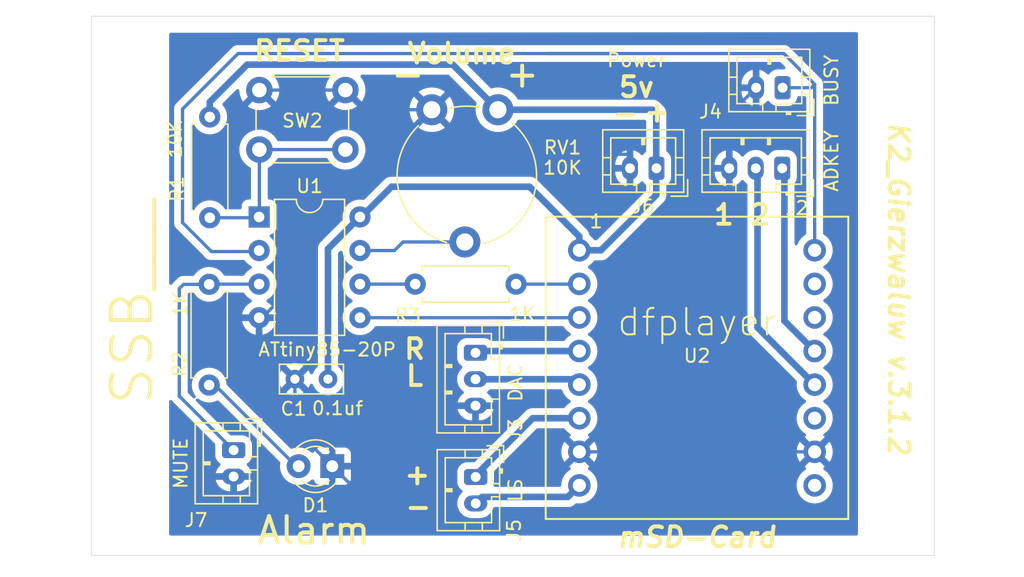
<source format=kicad_pcb>
(kicad_pcb (version 20211014) (generator pcbnew)
  (layers (0 "F.Cu" signal) (31 "B.Cu" signal) (34 "B.Paste" user) (35 "F.Paste" user) (36 "B.SilkS" user "B.Silkscreen") (37 "F.SilkS" user "F.Silkscreen") (38 "B.Mask" user) (39 "F.Mask" user) (44 "Edge.Cuts" user))
  (net 0 "")
  (net 1 "Net-(J4-Pad1)")
  (net 2 "+5V")
  (net 3 "GND")
  (net 4 "Net-(D1-Pad2)")
  (net 5 "Net-(R2-Pad1)")
  (net 6 "Net-(J2-Pad2)")
  (net 7 "Net-(R3-Pad1)")
  (net 8 "Net-(R1-Pad2)")
  (net 9 "Net-(R3-Pad2)")
  (net 10 "Net-(RV1-Pad2)")
  (net 11 "Net-(U1-Pad5)")
  (net 12 "Net-(J2-Pad1)")
  (net 13 "Net-(J3-Pad2)")
  (net 14 "Net-(J3-Pad1)")
  (net 15 "Net-(J5-Pad1)")
  (net 16 "Net-(J5-Pad2)")
  (footprint "MountingHole:MountingHole_2.2mm_M2" (layer "F.Cu") (at 109.22 76.2)
    (fp_text reference "REF**")
    (fp_text value "MountingHole_2.2mm_M2")
    (pad "" np_thru_hole circle (at 0 0) (size 2.2 2.2) (drill 2.2) (layers *.Cu *.Mask))
  )
  (footprint "Capacitor_THT:C_Rect_L4.6mm_W2.0mm_P2.50mm_MKS02_FKP02" (layer "F.Cu") (at 124.519096 100.81922 180)
    (fp_text reference "C1" (at 2.599096 -2.25) (layer "F.SilkS"))
    (fp_text value "0.1uf" (at -0.721437 -2.208146) (layer "F.SilkS"))
    (fp_line (start 3.67 -1.12) (end 3.67 1.12) (layer "F.SilkS") (width 0.12))
    (fp_line (start -1.17 1.12) (end 3.67 1.12) (layer "F.SilkS") (width 0.12))
    (fp_line (start -1.17 -1.12) (end 3.67 -1.12) (layer "F.SilkS") (width 0.12))
    (fp_line (start -1.17 -1.12) (end -1.17 1.12) (layer "F.SilkS") (width 0.12))
    (pad "1" thru_hole circle (at 0 0 180) (size 1.4 1.4) (drill 0.7) (layers *.Cu *.Mask) (net 2 "+5V"))
    (pad "2" thru_hole circle (at 2.5 0 180) (size 1.4 1.4) (drill 0.7) (layers *.Cu *.Mask) (net 3 "GND"))
  )
  (footprint "Connector_JST:JST_PH_B2B-PH-K_1x02_P2.00mm_Vertical" (layer "F.Cu") (at 117.39 106.188 -90)
    (fp_text reference "J7" (at 5.298866 2.838123) (layer "F.SilkS"))
    (fp_text value "MUTE" (at 1 4 90) (layer "F.SilkS"))
    (fp_line (start -1.11 -2.11) (end -2.36 -2.11) (layer "F.SilkS") (width 0.12))
    (fp_line (start 4.06 2.91) (end 4.06 -1.81) (layer "F.SilkS") (width 0.12))
    (fp_line (start 0.5 -1.2) (end -1.45 -1.2) (layer "F.SilkS") (width 0.12))
    (fp_line (start 3.45 2.3) (end 3.45 -1.2) (layer "F.SilkS") (width 0.12))
    (fp_line (start 3.45 -1.2) (end 1.5 -1.2) (layer "F.SilkS") (width 0.12))
    (fp_line (start -0.3 -1.81) (end -0.3 -2.01) (layer "F.SilkS") (width 0.12))
    (fp_line (start -1.45 2.3) (end 3.45 2.3) (layer "F.SilkS") (width 0.12))
    (fp_line (start 4.06 -1.81) (end -2.06 -1.81) (layer "F.SilkS") (width 0.12))
    (fp_line (start -2.06 2.91) (end 4.06 2.91) (layer "F.SilkS") (width 0.12))
    (fp_line (start -2.06 -1.81) (end -2.06 2.91) (layer "F.SilkS") (width 0.12))
    (fp_line (start 4.06 -0.5) (end 3.45 -0.5) (layer "F.SilkS") (width 0.12))
    (fp_line (start -2.06 -0.5) (end -1.45 -0.5) (layer "F.SilkS") (width 0.12))
    (fp_line (start 4.06 0.8) (end 3.45 0.8) (layer "F.SilkS") (width 0.12))
    (fp_line (start -1.45 -1.2) (end -1.45 2.3) (layer "F.SilkS") (width 0.12))
    (fp_line (start 0.9 2.3) (end 0.9 1.8) (layer "F.SilkS") (width 0.12))
    (fp_line (start 1 2.3) (end 1 1.8) (layer "F.SilkS") (width 0.12))
    (fp_line (start -0.3 -2.01) (end -0.6 -2.01) (layer "F.SilkS") (width 0.12))
    (fp_line (start -0.3 -1.91) (end -0.6 -1.91) (layer "F.SilkS") (width 0.12))
    (fp_line (start 0.9 1.8) (end 1.1 1.8) (layer "F.SilkS") (width 0.12))
    (fp_line (start 0.5 -1.81) (end 0.5 -1.2) (layer "F.SilkS") (width 0.12))
    (fp_line (start -2.06 0.8) (end -1.45 0.8) (layer "F.SilkS") (width 0.12))
    (fp_line (start 1.1 1.8) (end 1.1 2.3) (layer "F.SilkS") (width 0.12))
    (fp_line (start -0.6 -2.01) (end -0.6 -1.81) (layer "F.SilkS") (width 0.12))
    (fp_line (start 1.5 -1.2) (end 1.5 -1.81) (layer "F.SilkS") (width 0.12))
    (fp_line (start -2.36 -2.11) (end -2.36 -0.86) (layer "F.SilkS") (width 0.12))
    (pad "1" thru_hole roundrect (at 0 0 270) (size 1.2 1.75) (drill 0.75) (layers *.Cu *.Mask) (roundrect_rratio 0.208333) (net 5 "Net-(R2-Pad1)"))
    (pad "2" thru_hole oval (at 2 0 270) (size 1.2 1.75) (drill 0.75) (layers *.Cu *.Mask) (net 3 "GND"))
  )
  (footprint "Package_DIP:DIP-8_W7.62mm" (layer "F.Cu") (at 119.314163 88.558179)
    (fp_text reference "U1" (at 3.81 -2.33) (layer "F.SilkS"))
    (fp_text value "ATtiny85-20P" (at 5.145837 10.028238) (layer "F.SilkS"))
    (fp_line (start 1.16 8.95) (end 6.46 8.95) (layer "F.SilkS") (width 0.12))
    (fp_line (start 2.81 -1.33) (end 1.16 -1.33) (layer "F.SilkS") (width 0.12))
    (fp_line (start 6.46 -1.33) (end 4.81 -1.33) (layer "F.SilkS") (width 0.12))
    (fp_line (start 6.46 8.95) (end 6.46 -1.33) (layer "F.SilkS") (width 0.12))
    (fp_line (start 1.16 -1.33) (end 1.16 8.95) (layer "F.SilkS") (width 0.12))
    (fp_arc (start 4.81 -1.33) (mid 3.81 -0.33) (end 2.81 -1.33) (layer "F.SilkS") (width 0.12))
    (pad "1" thru_hole rect (at 0 0) (size 1.6 1.6) (drill 0.8) (layers *.Cu *.Mask) (net 8 "Net-(R1-Pad2)"))
    (pad "2" thru_hole oval (at 0 2.54) (size 1.6 1.6) (drill 0.8) (layers *.Cu *.Mask) (net 1 "Net-(J4-Pad1)"))
    (pad "3" thru_hole oval (at 0 5.08) (size 1.6 1.6) (drill 0.8) (layers *.Cu *.Mask) (net 5 "Net-(R2-Pad1)"))
    (pad "4" thru_hole oval (at 0 7.62) (size 1.6 1.6) (drill 0.8) (layers *.Cu *.Mask) (net 3 "GND"))
    (pad "5" thru_hole oval (at 7.62 7.62) (size 1.6 1.6) (drill 0.8) (layers *.Cu *.Mask) (net 11 "Net-(U1-Pad5)"))
    (pad "6" thru_hole oval (at 7.62 5.08) (size 1.6 1.6) (drill 0.8) (layers *.Cu *.Mask) (net 9 "Net-(R3-Pad2)"))
    (pad "7" thru_hole oval (at 7.62 2.54) (size 1.6 1.6) (drill 0.8) (layers *.Cu *.Mask) (net 10 "Net-(RV1-Pad2)"))
    (pad "8" thru_hole oval (at 7.62 0) (size 1.6 1.6) (drill 0.8) (layers *.Cu *.Mask) (net 2 "+5V"))
  )
  (footprint "MountingHole:MountingHole_2.2mm_M2" (layer "F.Cu") (at 167.64 111.76)
    (fp_text reference "REF**")
    (fp_text value "MountingHole_2.2mm_M2")
    (pad "" np_thru_hole circle (at 0 0) (size 2.2 2.2) (drill 2.2) (layers F&B.Cu *.Mask))
  )
  (footprint "Button_Switch_THT:SW_PUSH_6mm_H4.3mm" (layer "F.Cu") (at 119.333726 78.964018)
    (fp_text reference "SW2" (at 3.25 2.315982) (layer "F.SilkS"))
    (fp_text value "Reset")
    (fp_line (start -0.25 1.5) (end -0.25 3) (layer "F.SilkS") (width 0.12))
    (fp_line (start 1 5.5) (end 5.5 5.5) (layer "F.SilkS") (width 0.12))
    (fp_line (start 6.75 3) (end 6.75 1.5) (layer "F.SilkS") (width 0.12))
    (fp_line (start 5.5 -1) (end 1 -1) (layer "F.SilkS") (width 0.12))
    (pad "1" thru_hole circle (at 0 0 90) (size 2 2) (drill 1.1) (layers *.Cu *.Mask) (net 3 "GND"))
    (pad "1" thru_hole circle (at 6.5 0 90) (size 2 2) (drill 1.1) (layers *.Cu *.Mask) (net 3 "GND"))
    (pad "2" thru_hole circle (at 6.5 4.5 90) (size 2 2) (drill 1.1) (layers *.Cu *.Mask) (net 8 "Net-(R1-Pad2)"))
    (pad "2" thru_hole circle (at 0 4.5 90) (size 2 2) (drill 1.1) (layers *.Cu *.Mask) (net 8 "Net-(R1-Pad2)"))
  )
  (footprint "Arduino_Nano:DFPlayer" (layer "F.Cu") (at 151.13 91.078282)
    (fp_text reference "U2" (at 1.27 7.981718) (layer "F.SilkS"))
    (fp_text value "dfplayer" (at 1.27 5.441718) (layer "F.SilkS") (effects (font (size 2 2))))
    (fp_line (start -10.16 20.32) (end -10.16 -2.54) (layer "F.SilkS") (width 0.15))
    (fp_line (start -10.16 -2.54) (end 12.7 -2.54) (layer "F.SilkS") (width 0.15))
    (fp_line (start 12.7 20.32) (end -10.16 20.32) (layer "F.SilkS") (width 0.15))
    (fp_line (start 12.7 -2.54) (end 12.7 20.32) (layer "F.SilkS") (width 0.15))
    (pad "1" thru_hole circle (at -7.62 0) (size 1.7 1.7) (drill 1) (layers *.Cu *.Mask) (net 2 "+5V"))
    (pad "2" thru_hole circle (at -7.62 2.54) (size 1.7 1.7) (drill 1) (layers *.Cu *.Mask) (net 7 "Net-(R3-Pad1)"))
    (pad "3" thru_hole circle (at -7.62 5.08) (size 1.7 1.7) (drill 1) (layers *.Cu *.Mask) (net 11 "Net-(U1-Pad5)"))
    (pad "4" thru_hole circle (at -7.62 7.62) (size 1.7 1.7) (drill 1) (layers *.Cu *.Mask) (net 14 "Net-(J3-Pad1)"))
    (pad "5" thru_hole circle (at -7.62 10.16) (size 1.7 1.7) (drill 1) (layers *.Cu *.Mask) (net 13 "Net-(J3-Pad2)"))
    (pad "6" thru_hole circle (at -7.62 12.7) (size 1.7 1.7) (drill 1) (layers *.Cu *.Mask) (net 15 "Net-(J5-Pad1)"))
    (pad "7" thru_hole circle (at -7.62 15.24) (size 1.7 1.7) (drill 1) (layers *.Cu *.Mask) (net 3 "GND"))
    (pad "8" thru_hole circle (at -7.62 17.78) (size 1.7 1.7) (drill 1) (layers *.Cu *.Mask) (net 16 "Net-(J5-Pad2)"))
    (pad "9" thru_hole circle (at 10.16 17.78) (size 1.7 1.7) (drill 1) (layers *.Cu *.Mask))
    (pad "10" thru_hole circle (at 10.16 15.24) (size 1.7 1.7) (drill 1) (layers *.Cu *.Mask) (net 3 "GND"))
    (pad "11" thru_hole circle (at 10.16 12.7) (size 1.7 1.7) (drill 1) (layers *.Cu *.Mask))
    (pad "12" thru_hole circle (at 10.16 10.16) (size 1.7 1.7) (drill 1) (layers *.Cu *.Mask) (net 6 "Net-(J2-Pad2)"))
    (pad "13" thru_hole circle (at 10.16 7.62) (size 1.7 1.7) (drill 1) (layers *.Cu *.Mask) (net 12 "Net-(J2-Pad1)"))
    (pad "14" thru_hole circle (at 10.16 5.08) (size 1.7 1.7) (drill 1) (layers *.Cu *.Mask))
    (pad "15" thru_hole circle (at 10.16 2.54) (size 1.7 1.7) (drill 1) (layers *.Cu *.Mask))
    (pad "16" thru_hole circle (at 10.16 0) (size 1.7 1.7) (drill 1) (layers *.Cu *.Mask) (net 1 "Net-(J4-Pad1)"))
  )
  (footprint "MountingHole:MountingHole_2.2mm_M2" (layer "F.Cu") (at 167.64 76.2)
    (fp_text reference "REF**")
    (fp_text value "MountingHole_2.2mm_M2")
    (pad "" np_thru_hole circle (at 0 0) (size 2.2 2.2) (drill 2.2) (layers F&B.Cu *.Mask))
  )
  (footprint "Connector_JST:JST_PH_B3B-PH-K_1x03_P2.00mm_Vertical" (layer "F.Cu") (at 135.663334 98.830626 -90)
    (fp_text reference "J3" (at 5.817374 -3.020666 90) (layer "F.SilkS"))
    (fp_text value "DAC" (at 2.261374 -3.020666 90) (layer "F.SilkS"))
    (fp_line (start 0.5 -1.81) (end 0.5 -1.2) (layer "F.SilkS") (width 0.12))
    (fp_line (start 1 2.3) (end 1 1.8) (layer "F.SilkS") (width 0.12))
    (fp_line (start -2.06 0.8) (end -1.45 0.8) (layer "F.SilkS") (width 0.12))
    (fp_line (start -0.3 -1.91) (end -0.6 -1.91) (layer "F.SilkS") (width 0.12))
    (fp_line (start 2.9 2.3) (end 2.9 1.8) (layer "F.SilkS") (width 0.12))
    (fp_line (start 6.06 -1.81) (end -2.06 -1.81) (layer "F.SilkS") (width 0.12))
    (fp_line (start 6.06 0.8) (end 5.45 0.8) (layer "F.SilkS") (width 0.12))
    (fp_line (start 0.5 -1.2) (end -1.45 -1.2) (layer "F.SilkS") (width 0.12))
    (fp_line (start 6.06 -0.5) (end 5.45 -0.5) (layer "F.SilkS") (width 0.12))
    (fp_line (start -2.06 -1.81) (end -2.06 2.91) (layer "F.SilkS") (width 0.12))
    (fp_line (start 3 2.3) (end 3 1.8) (layer "F.SilkS") (width 0.12))
    (fp_line (start 3.5 -1.2) (end 3.5 -1.81) (layer "F.SilkS") (width 0.12))
    (fp_line (start 1.1 1.8) (end 1.1 2.3) (layer "F.SilkS") (width 0.12))
    (fp_line (start 0.9 2.3) (end 0.9 1.8) (layer "F.SilkS") (width 0.12))
    (fp_line (start 2.9 1.8) (end 3.1 1.8) (layer "F.SilkS") (width 0.12))
    (fp_line (start 6.06 2.91) (end 6.06 -1.81) (layer "F.SilkS") (width 0.12))
    (fp_line (start -1.45 -1.2) (end -1.45 2.3) (layer "F.SilkS") (width 0.12))
    (fp_line (start -2.06 -0.5) (end -1.45 -0.5) (layer "F.SilkS") (width 0.12))
    (fp_line (start 5.45 2.3) (end 5.45 -1.2) (layer "F.SilkS") (width 0.12))
    (fp_line (start 5.45 -1.2) (end 3.5 -1.2) (layer "F.SilkS") (width 0.12))
    (fp_line (start 0.9 1.8) (end 1.1 1.8) (layer "F.SilkS") (width 0.12))
    (fp_line (start -1.11 -2.11) (end -2.36 -2.11) (layer "F.SilkS") (width 0.12))
    (fp_line (start -0.3 -2.01) (end -0.6 -2.01) (layer "F.SilkS") (width 0.12))
    (fp_line (start -0.3 -1.81) (end -0.3 -2.01) (layer "F.SilkS") (width 0.12))
    (fp_line (start -0.6 -2.01) (end -0.6 -1.81) (layer "F.SilkS") (width 0.12))
    (fp_line (start -2.36 -2.11) (end -2.36 -0.86) (layer "F.SilkS") (width 0.12))
    (fp_line (start -2.06 2.91) (end 6.06 2.91) (layer "F.SilkS") (width 0.12))
    (fp_line (start -1.45 2.3) (end 5.45 2.3) (layer "F.SilkS") (width 0.12))
    (fp_line (start 3.1 1.8) (end 3.1 2.3) (layer "F.SilkS") (width 0.12))
    (pad "1" thru_hole roundrect (at 0 0 270) (size 1.2 1.75) (drill 0.75) (layers *.Cu *.Mask) (roundrect_rratio 0.208333) (net 14 "Net-(J3-Pad1)"))
    (pad "2" thru_hole oval (at 2 0 270) (size 1.2 1.75) (drill 0.75) (layers *.Cu *.Mask) (net 13 "Net-(J3-Pad2)"))
    (pad "3" thru_hole oval (at 4 0 270) (size 1.2 1.75) (drill 0.75) (layers *.Cu *.Mask) (net 3 "GND"))
  )
  (footprint "Resistor_THT:R_Axial_DIN0207_L6.3mm_D2.5mm_P7.62mm_Horizontal" (layer "F.Cu") (at 115.585795 80.99755 -90)
    (fp_text reference "R1" (at 5.441987 2.485108 90) (layer "F.SilkS"))
    (fp_text value "10K" (at 1.648107 2.631027 90) (layer "F.SilkS"))
    (fp_line (start 0.54 1.37) (end 7.08 1.37) (layer "F.SilkS") (width 0.12))
    (fp_line (start 0.54 -1.37) (end 7.08 -1.37) (layer "F.SilkS") (width 0.12))
    (fp_line (start 7.08 1.37) (end 7.08 1.04) (layer "F.SilkS") (width 0.12))
    (fp_line (start 0.54 -1.04) (end 0.54 -1.37) (layer "F.SilkS") (width 0.12))
    (fp_line (start 7.08 -1.37) (end 7.08 -1.04) (layer "F.SilkS") (width 0.12))
    (fp_line (start 0.54 1.04) (end 0.54 1.37) (layer "F.SilkS") (width 0.12))
    (pad "1" thru_hole circle (at 0 0 270) (size 1.6 1.6) (drill 0.8) (layers *.Cu *.Mask) (net 2 "+5V"))
    (pad "2" thru_hole oval (at 7.62 0 270) (size 1.6 1.6) (drill 0.8) (layers *.Cu *.Mask) (net 8 "Net-(R1-Pad2)"))
  )
  (footprint "Connector_JST:JST_PH_B3B-PH-K_1x03_P2.00mm_Vertical" (layer "F.Cu") (at 158.83774 84.879123 180)
    (fp_text reference "J2" (at -1.11 -3.004877 180) (layer "F.SilkS"))
    (fp_text value "ADKEY" (at -3.72226 0.551123 90) (layer "F.SilkS"))
    (fp_line (start 0.9 1.8) (end 1.1 1.8) (layer "F.SilkS") (width 0.12))
    (fp_line (start 1.1 1.8) (end 1.1 2.3) (layer "F.SilkS") (width 0.12))
    (fp_line (start -0.3 -1.81) (end -0.3 -2.01) (layer "F.SilkS") (width 0.12))
    (fp_line (start 6.06 -0.5) (end 5.45 -0.5) (layer "F.SilkS") (width 0.12))
    (fp_line (start 0.5 -1.2) (end -1.45 -1.2) (layer "F.SilkS") (width 0.12))
    (fp_line (start 3 2.3) (end 3 1.8) (layer "F.SilkS") (width 0.12))
    (fp_line (start 2.9 2.3) (end 2.9 1.8) (layer "F.SilkS") (width 0.12))
    (fp_line (start 0.9 2.3) (end 0.9 1.8) (layer "F.SilkS") (width 0.12))
    (fp_line (start 3.5 -1.2) (end 3.5 -1.81) (layer "F.SilkS") (width 0.12))
    (fp_line (start -2.06 0.8) (end -1.45 0.8) (layer "F.SilkS") (width 0.12))
    (fp_line (start 6.06 2.91) (end 6.06 -1.81) (layer "F.SilkS") (width 0.12))
    (fp_line (start 6.06 0.8) (end 5.45 0.8) (layer "F.SilkS") (width 0.12))
    (fp_line (start 3.1 1.8) (end 3.1 2.3) (layer "F.SilkS") (width 0.12))
    (fp_line (start -0.3 -1.91) (end -0.6 -1.91) (layer "F.SilkS") (width 0.12))
    (fp_line (start -2.36 -2.11) (end -2.36 -0.86) (layer "F.SilkS") (width 0.12))
    (fp_line (start 5.45 -1.2) (end 3.5 -1.2) (layer "F.SilkS") (width 0.12))
    (fp_line (start -1.11 -2.11) (end -2.36 -2.11) (layer "F.SilkS") (width 0.12))
    (fp_line (start -2.06 -0.5) (end -1.45 -0.5) (layer "F.SilkS") (width 0.12))
    (fp_line (start -2.06 2.91) (end 6.06 2.91) (layer "F.SilkS") (width 0.12))
    (fp_line (start -0.3 -2.01) (end -0.6 -2.01) (layer "F.SilkS") (width 0.12))
    (fp_line (start 5.45 2.3) (end 5.45 -1.2) (layer "F.SilkS") (width 0.12))
    (fp_line (start -1.45 2.3) (end 5.45 2.3) (layer "F.SilkS") (width 0.12))
    (fp_line (start -1.45 -1.2) (end -1.45 2.3) (layer "F.SilkS") (width 0.12))
    (fp_line (start 2.9 1.8) (end 3.1 1.8) (layer "F.SilkS") (width 0.12))
    (fp_line (start -2.06 -1.81) (end -2.06 2.91) (layer "F.SilkS") (width 0.12))
    (fp_line (start -0.6 -2.01) (end -0.6 -1.81) (layer "F.SilkS") (width 0.12))
    (fp_line (start 1 2.3) (end 1 1.8) (layer "F.SilkS") (width 0.12))
    (fp_line (start 0.5 -1.81) (end 0.5 -1.2) (layer "F.SilkS") (width 0.12))
    (fp_line (start 6.06 -1.81) (end -2.06 -1.81) (layer "F.SilkS") (width 0.12))
    (pad "1" thru_hole roundrect (at 0 0 180) (size 1.2 1.75) (drill 0.75) (layers *.Cu *.Mask) (roundrect_rratio 0.208333) (net 12 "Net-(J2-Pad1)"))
    (pad "2" thru_hole oval (at 2 0 180) (size 1.2 1.75) (drill 0.75) (layers *.Cu *.Mask) (net 6 "Net-(J2-Pad2)"))
    (pad "3" thru_hole oval (at 4 0 180) (size 1.2 1.75) (drill 0.75) (layers *.Cu *.Mask) (net 3 "GND"))
  )
  (footprint "Connector_JST:JST_PH_B2B-PH-K_1x02_P2.00mm_Vertical" (layer "F.Cu") (at 135.678 108.22 -90)
    (fp_text reference "J5" (at 4.048 -2.9 90) (layer "F.SilkS"))
    (fp_text value "LS" (at 1 -3.006 90) (layer "F.SilkS"))
    (fp_line (start 0.9 1.8) (end 1.1 1.8) (layer "F.SilkS") (width 0.12))
    (fp_line (start -1.45 2.3) (end 3.45 2.3) (layer "F.SilkS") (width 0.12))
    (fp_line (start -2.06 -1.81) (end -2.06 2.91) (layer "F.SilkS") (width 0.12))
    (fp_line (start 1.5 -1.2) (end 1.5 -1.81) (layer "F.SilkS") (width 0.12))
    (fp_line (start -2.36 -2.11) (end -2.36 -0.86) (layer "F.SilkS") (width 0.12))
    (fp_line (start 0.9 2.3) (end 0.9 1.8) (layer "F.SilkS") (width 0.12))
    (fp_line (start 0.5 -1.2) (end -1.45 -1.2) (layer "F.SilkS") (width 0.12))
    (fp_line (start 4.06 0.8) (end 3.45 0.8) (layer "F.SilkS") (width 0.12))
    (fp_line (start -0.3 -1.81) (end -0.3 -2.01) (layer "F.SilkS") (width 0.12))
    (fp_line (start 4.06 -1.81) (end -2.06 -1.81) (layer "F.SilkS") (width 0.12))
    (fp_line (start -1.45 -1.2) (end -1.45 2.3) (layer "F.SilkS") (width 0.12))
    (fp_line (start -0.6 -2.01) (end -0.6 -1.81) (layer "F.SilkS") (width 0.12))
    (fp_line (start -1.11 -2.11) (end -2.36 -2.11) (layer "F.SilkS") (width 0.12))
    (fp_line (start 1.1 1.8) (end 1.1 2.3) (layer "F.SilkS") (width 0.12))
    (fp_line (start 1 2.3) (end 1 1.8) (layer "F.SilkS") (width 0.12))
    (fp_line (start 3.45 2.3) (end 3.45 -1.2) (layer "F.SilkS") (width 0.12))
    (fp_line (start -2.06 -0.5) (end -1.45 -0.5) (layer "F.SilkS") (width 0.12))
    (fp_line (start -2.06 0.8) (end -1.45 0.8) (layer "F.SilkS") (width 0.12))
    (fp_line (start 0.5 -1.81) (end 0.5 -1.2) (layer "F.SilkS") (width 0.12))
    (fp_line (start -0.3 -1.91) (end -0.6 -1.91) (layer "F.SilkS") (width 0.12))
    (fp_line (start 3.45 -1.2) (end 1.5 -1.2) (layer "F.SilkS") (width 0.12))
    (fp_line (start 4.06 2.91) (end 4.06 -1.81) (layer "F.SilkS") (width 0.12))
    (fp_line (start 4.06 -0.5) (end 3.45 -0.5) (layer "F.SilkS") (width 0.12))
    (fp_line (start -0.3 -2.01) (end -0.6 -2.01) (layer "F.SilkS") (width 0.12))
    (fp_line (start -2.06 2.91) (end 4.06 2.91) (layer "F.SilkS") (width 0.12))
    (pad "1" thru_hole roundrect (at 0 0 270) (size 1.2 1.75) (drill 0.75) (layers *.Cu *.Mask) (roundrect_rratio 0.208333) (net 15 "Net-(J5-Pad1)"))
    (pad "2" thru_hole oval (at 2 0 270) (size 1.2 1.75) (drill 0.75) (layers *.Cu *.Mask) (net 16 "Net-(J5-Pad2)"))
  )
  (footprint "Connector_JST:JST_PH_B2B-PH-K_1x02_P2.00mm_Vertical" (layer "F.Cu") (at 149.336 84.878 180)
    (fp_text reference "J6" (at 1 -2.9) (layer "F.SilkS"))
    (fp_text value "Power" (at 1.508 8.17) (layer "F.SilkS"))
    (fp_line (start -2.06 -0.5) (end -1.45 -0.5) (layer "F.SilkS") (width 0.12))
    (fp_line (start 0.9 2.3) (end 0.9 1.8) (layer "F.SilkS") (width 0.12))
    (fp_line (start 0.9 1.8) (end 1.1 1.8) (layer "F.SilkS") (width 0.12))
    (fp_line (start 3.45 -1.2) (end 1.5 -1.2) (layer "F.SilkS") (width 0.12))
    (fp_line (start 3.45 2.3) (end 3.45 -1.2) (layer "F.SilkS") (width 0.12))
    (fp_line (start -0.3 -2.01) (end -0.6 -2.01) (layer "F.SilkS") (width 0.12))
    (fp_line (start -2.36 -2.11) (end -2.36 -0.86) (layer "F.SilkS") (width 0.12))
    (fp_line (start 0.5 -1.2) (end -1.45 -1.2) (layer "F.SilkS") (width 0.12))
    (fp_line (start -1.45 -1.2) (end -1.45 2.3) (layer "F.SilkS") (width 0.12))
    (fp_line (start -1.45 2.3) (end 3.45 2.3) (layer "F.SilkS") (width 0.12))
    (fp_line (start 4.06 2.91) (end 4.06 -1.81) (layer "F.SilkS") (width 0.12))
    (fp_line (start 4.06 -1.81) (end -2.06 -1.81) (layer "F.SilkS") (width 0.12))
    (fp_line (start -0.3 -1.91) (end -0.6 -1.91) (layer "F.SilkS") (width 0.12))
    (fp_line (start 1 2.3) (end 1 1.8) (layer "F.SilkS") (width 0.12))
    (fp_line (start -1.11 -2.11) (end -2.36 -2.11) (layer "F.SilkS") (width 0.12))
    (fp_line (start -2.06 2.91) (end 4.06 2.91) (layer "F.SilkS") (width 0.12))
    (fp_line (start 1.5 -1.2) (end 1.5 -1.81) (layer "F.SilkS") (width 0.12))
    (fp_line (start -2.06 -1.81) (end -2.06 2.91) (layer "F.SilkS") (width 0.12))
    (fp_line (start 0.5 -1.81) (end 0.5 -1.2) (layer "F.SilkS") (width 0.12))
    (fp_line (start -2.06 0.8) (end -1.45 0.8) (layer "F.SilkS") (width 0.12))
    (fp_line (start 4.06 -0.5) (end 3.45 -0.5) (layer "F.SilkS") (width 0.12))
    (fp_line (start -0.6 -2.01) (end -0.6 -1.81) (layer "F.SilkS") (width 0.12))
    (fp_line (start 4.06 0.8) (end 3.45 0.8) (layer "F.SilkS") (width 0.12))
    (fp_line (start -0.3 -1.81) (end -0.3 -2.01) (layer "F.SilkS") (width 0.12))
    (fp_line (start 1.1 1.8) (end 1.1 2.3) (layer "F.SilkS") (width 0.12))
    (pad "1" thru_hole roundrect (at 0 0 180) (size 1.2 1.75) (drill 0.75) (layers *.Cu *.Mask) (roundrect_rratio 0.208333) (net 2 "+5V"))
    (pad "2" thru_hole oval (at 2 0 180) (size 1.2 1.75) (drill 0.75) (layers *.Cu *.Mask) (net 3 "GND"))
  )
  (footprint "Connector_JST:JST_PH_B2B-PH-K_1x02_P2.00mm_Vertical" (layer "F.Cu") (at 158.867686 78.786452 180)
    (fp_text reference "J4" (at 5.451686 -1.81 180) (layer "F.SilkS"))
    (fp_text value "BUSY" (at -3.692314 0.554452 90) (layer "F.SilkS"))
    (fp_line (start -2.06 -0.5) (end -1.45 -0.5) (layer "F.SilkS") (width 0.12))
    (fp_line (start -2.06 -1.81) (end -2.06 2.91) (layer "F.SilkS") (width 0.12))
    (fp_line (start 4.06 -0.5) (end 3.45 -0.5) (layer "F.SilkS") (width 0.12))
    (fp_line (start 1.1 1.8) (end 1.1 2.3) (layer "F.SilkS") (width 0.12))
    (fp_line (start 3.45 2.3) (end 3.45 -1.2) (layer "F.SilkS") (width 0.12))
    (fp_line (start 4.06 -1.81) (end -2.06 -1.81) (layer "F.SilkS") (width 0.12))
    (fp_line (start -2.06 2.91) (end 4.06 2.91) (layer "F.SilkS") (width 0.12))
    (fp_line (start 0.9 1.8) (end 1.1 1.8) (layer "F.SilkS") (width 0.12))
    (fp_line (start 3.45 -1.2) (end 1.5 -1.2) (layer "F.SilkS") (width 0.12))
    (fp_line (start -0.3 -2.01) (end -0.6 -2.01) (layer "F.SilkS") (width 0.12))
    (fp_line (start 0.5 -1.81) (end 0.5 -1.2) (layer "F.SilkS") (width 0.12))
    (fp_line (start 0.5 -1.2) (end -1.45 -1.2) (layer "F.SilkS") (width 0.12))
    (fp_line (start 1.5 -1.2) (end 1.5 -1.81) (layer "F.SilkS") (width 0.12))
    (fp_line (start 4.06 2.91) (end 4.06 -1.81) (layer "F.SilkS") (width 0.12))
    (fp_line (start 0.9 2.3) (end 0.9 1.8) (layer "F.SilkS") (width 0.12))
    (fp_line (start -1.45 2.3) (end 3.45 2.3) (layer "F.SilkS") (width 0.12))
    (fp_line (start -0.3 -1.81) (end -0.3 -2.01) (layer "F.SilkS") (width 0.12))
    (fp_line (start -2.06 0.8) (end -1.45 0.8) (layer "F.SilkS") (width 0.12))
    (fp_line (start 4.06 0.8) (end 3.45 0.8) (layer "F.SilkS") (width 0.12))
    (fp_line (start -1.11 -2.11) (end -2.36 -2.11) (layer "F.SilkS") (width 0.12))
    (fp_line (start -0.3 -1.91) (end -0.6 -1.91) (layer "F.SilkS") (width 0.12))
    (fp_line (start 1 2.3) (end 1 1.8) (layer "F.SilkS") (width 0.12))
    (fp_line (start -2.36 -2.11) (end -2.36 -0.86) (layer "F.SilkS") (width 0.12))
    (fp_line (start -0.6 -2.01) (end -0.6 -1.81) (layer "F.SilkS") (width 0.12))
    (fp_line (start -1.45 -1.2) (end -1.45 2.3) (layer "F.SilkS") (width 0.12))
    (pad "1" thru_hole roundrect (at 0 0 180) (size 1.2 1.75) (drill 0.75) (layers *.Cu *.Mask) (roundrect_rratio 0.208333) (net 1 "Net-(J4-Pad1)"))
    (pad "2" thru_hole oval (at 2 0 180) (size 1.2 1.75) (drill 0.75) (layers *.Cu *.Mask) (net 3 "GND"))
  )
  (footprint "MountingHole:MountingHole_2.2mm_M2" (layer "F.Cu") (at 109.22 111.76)
    (fp_text reference "REF**")
    (fp_text value "MountingHole_2.2mm_M2")
    (pad "" np_thru_hole circle (at 0 0) (size 2.2 2.2) (drill 2.2) (layers F&B.Cu *.Mask))
  )
  (footprint "Resistor_THT:R_Axial_DIN0207_L6.3mm_D2.5mm_P7.62mm_Horizontal" (layer "F.Cu") (at 115.539381 93.652888 -90)
    (fp_text reference "R2" (at 6.041497 2.220773 90) (layer "F.SilkS"))
    (fp_text value "1K" (at 1.481853 2.181124 90) (layer "F.SilkS"))
    (fp_line (start 7.08 1.37) (end 7.08 1.04) (layer "F.SilkS") (width 0.12))
    (fp_line (start 0.54 -1.37) (end 7.08 -1.37) (layer "F.SilkS") (width 0.12))
    (fp_line (start 7.08 -1.37) (end 7.08 -1.04) (layer "F.SilkS") (width 0.12))
    (fp_line (start 0.54 1.37) (end 7.08 1.37) (layer "F.SilkS") (width 0.12))
    (fp_line (start 0.54 -1.04) (end 0.54 -1.37) (layer "F.SilkS") (width 0.12))
    (fp_line (start 0.54 1.04) (end 0.54 1.37) (layer "F.SilkS") (width 0.12))
    (pad "1" thru_hole circle (at 0 0 270) (size 1.6 1.6) (drill 0.8) (layers *.Cu *.Mask) (net 5 "Net-(R2-Pad1)"))
    (pad "2" thru_hole oval (at 7.62 0 270) (size 1.6 1.6) (drill 0.8) (layers *.Cu *.Mask) (net 4 "Net-(D1-Pad2)"))
  )
  (footprint "Potentiometer_THT:Potentiometer_Piher_PT-10-V10_Vertical" (layer "F.Cu") (at 132.359263 80.450185 -90)
    (fp_text reference "RV1" (at 2.861815 -9.880737) (layer "F.SilkS"))
    (fp_text value "10K" (at 4.385815 -9.880737) (layer "F.SilkS"))
    (fp_arc (start 0.963379 -6.038474) (mid 6.186565 -7.784991) (end 10.114 -3.924) (layer "F.SilkS") (width 0.12))
    (fp_arc (start 5.09203 2.619358) (mid 2.983245 2.219015) (end 1.209 1.011) (layer "F.SilkS") (width 0.12))
    (fp_arc (start 10.039726 -1.109201) (mid 8.134716 1.586326) (end 5 2.62) (layer "F.SilkS") (width 0.12))
    (fp_arc (start -0.11439 -1.375119) (mid -0.269093 -2.512295) (end -0.174 -3.656) (layer "F.SilkS") (width 0.12))
    (pad "1" thru_hole circle (at 0 0 270) (size 2.34 2.34) (drill 1.3) (layers *.Cu *.Mask) (net 3 "GND"))
    (pad "2" thru_hole circle (at 10 -2.5 270) (size 2.34 2.34) (drill 1.3) (layers *.Cu *.Mask) (net 10 "Net-(RV1-Pad2)"))
    (pad "3" thru_hole circle (at 0 -5 270) (size 2.34 2.34) (drill 1.3) (layers *.Cu *.Mask) (net 2 "+5V"))
  )
  (footprint "Resistor_THT:R_Axial_DIN0207_L6.3mm_D2.5mm_P7.62mm_Horizontal" (layer "F.Cu") (at 138.72979 93.638179 180)
    (fp_text reference "R3" (at 8.17379 -2.373821) (layer "F.SilkS"))
    (fp_text value "1K" (at -0.46221 -2.249894) (layer "F.SilkS"))
    (fp_line (start 0.54 1.04) (end 0.54 1.37) (layer "F.SilkS") (width 0.12))
    (fp_line (start 0.54 1.37) (end 7.08 1.37) (layer "F.SilkS") (width 0.12))
    (fp_line (start 0.54 -1.04) (end 0.54 -1.37) (layer "F.SilkS") (width 0.12))
    (fp_line (start 7.08 -1.37) (end 7.08 -1.04) (layer "F.SilkS") (width 0.12))
    (fp_line (start 7.08 1.37) (end 7.08 1.04) (layer "F.SilkS") (width 0.12))
    (fp_line (start 0.54 -1.37) (end 7.08 -1.37) (layer "F.SilkS") (width 0.12))
    (pad "1" thru_hole circle (at 0 0 180) (size 1.6 1.6) (drill 0.8) (layers *.Cu *.Mask) (net 7 "Net-(R3-Pad1)"))
    (pad "2" thru_hole oval (at 7.62 0 180) (size 1.6 1.6) (drill 0.8) (layers *.Cu *.Mask) (net 9 "Net-(R3-Pad2)"))
  )
  (footprint "LED_THT:LED_D3.0mm" (layer "F.Cu") (at 124.841904 107.404485 180)
    (fp_text reference "D1" (at 1.27 -2.96) (layer "F.SilkS"))
    (fp_text value "LED")
    (fp_line (start -0.29 -1.236) (end -0.29 -1.08) (layer "F.SilkS") (width 0.12))
    (fp_line (start -0.29 1.08) (end -0.29 1.236) (layer "F.SilkS") (width 0.12))
    (fp_arc (start 2.942335 1.078608) (mid 1.366487 1.987659) (end -0.29 1.235516) (layer "F.SilkS") (width 0.12))
    (fp_arc (start 0.229039 -1.08) (mid 1.270117 -1.5) (end 2.31113 -1.079837) (layer "F.SilkS") (width 0.12))
    (fp_arc (start -0.29 -1.235516) (mid 1.366487 -1.987659) (end 2.942335 -1.078608) (layer "F.SilkS") (width 0.12))
    (fp_arc (start 2.31113 1.079837) (mid 1.270117 1.5) (end 0.229039 1.08) (layer "F.SilkS") (width 0.12))
    (pad "1" thru_hole rect (at 0 0 180) (size 1.8 1.8) (drill 0.9) (layers *.Cu *.Mask) (net 3 "GND"))
    (pad "2" thru_hole circle (at 2.54 0 180) (size 1.8 1.8) (drill 0.9) (layers *.Cu *.Mask) (net 4 "Net-(D1-Pad2)"))
  )
  (gr_rect (start 106.645581 73.378726) (end 170.335422 114.145267) (layer "Edge.Cuts") (width 0.05) (fill none))
  (gr_text "+" (at 139.192 77.724) (layer "F.SilkS") (effects (font (size 2 2) (thickness 0.3)) (justify mirror)))
  (gr_text "K2_Gierzwaluw v.3.1.2" (at 167.64 93.98 -90) (layer "F.SilkS") (effects (font (size 1.5 1.5) (thickness 0.3) italic)))
  (gr_text "-" (at 131.338476 110.461983) (layer "F.SilkS") (effects (font (size 1.5 1.5) (thickness 0.3)) (justify mirror)))
  (gr_text "RESET" (at 122.36651 76.006366) (layer "F.SilkS") (effects (font (size 1.5 1.5) (thickness 0.3))))
  (gr_text "L" (at 131.064 100.584) (layer "F.SilkS") (effects (font (size 1.5 1.5) (thickness 0.3))))
  (gr_text "1" (at 154.432 88.392) (layer "F.SilkS") (effects (font (size 1.5 1.5) (thickness 0.3))))
  (gr_text "-" (at 130.556 77.724) (layer "F.SilkS") (effects (font (size 2 2) (thickness 0.3)) (justify mirror)))
  (gr_text "+" (at 149.37912 80.593626) (layer "F.SilkS") (effects (font (size 1.5 1.5) (thickness 0.3))))
  (gr_text "+" (at 131.268175 108.024884) (layer "F.SilkS") (effects (font (size 1.5 1.5) (thickness 0.3)) (justify mirror)))
  (gr_text "5v" (at 147.828 78.74) (layer "F.SilkS") (effects (font (size 1.5 1.5) (thickness 0.3))))
  (gr_text "Alarm" (at 123.444 112.268) (layer "F.SilkS") (effects (font (size 2 2) (thickness 0.3))))
  (gr_text "-" (at 146.991734 80.712995) (layer "F.SilkS") (effects (font (size 1.5 1.5) (thickness 0.3))))
  (gr_text "2" (at 157.185244 88.392) (layer "F.SilkS") (effects (font (size 1.5 1.5) (thickness 0.3))))
  (gr_text "mSD-Card" (at 152.4 112.776) (layer "F.SilkS") (effects (font (size 1.5 1.5) (thickness 0.3) italic)))
  (gr_text "1" (at 144.78 88.9) (layer "F.SilkS") (effects (font (size 1 1))))
  (gr_text "R" (at 131.064 98.552) (layer "F.SilkS") (effects (font (size 1.5 1.5) (thickness 0.3))))
  (gr_text "Volume" (at 134.62 76.2) (layer "F.SilkS") (effects (font (size 1.5 1.5) (thickness 0.3))))
  (gr_text "SSB___" (at 109.728 94.996 90) (layer "F.SilkS") (effects (font (size 3 3) (thickness 0.3))))
  (segment (start 117.728129 76.2) (end 113.527613 80.400516) (width 0.25) (layer "B.Cu") (net 1))
  (segment (start 161.29 78.532553) (end 158.957447 76.2) (width 0.25) (layer "B.Cu") (net 1))
  (segment (start 146.304 76.2) (end 141.224 76.2) (width 0.25) (layer "B.Cu") (net 1))
  (segment (start 161.036101 78.786452) (end 161.29 78.532553) (width 0.25) (layer "B.Cu") (net 1))
  (segment (start 144.272 76.2) (end 141.224 76.2) (width 0.25) (layer "B.Cu") (net 1))
  (segment (start 158.867686 78.786452) (end 161.036101 78.786452) (width 0.25) (layer "B.Cu") (net 1))
  (segment (start 161.29 91.078282) (end 161.29 78.532553) (width 0.25) (layer "B.Cu") (net 1))
  (segment (start 141.224 76.2) (end 117.728129 76.2) (width 0.25) (layer "B.Cu") (net 1))
  (segment (start 113.527613 80.400516) (end 113.527613 88.985971) (width 0.25) (layer "B.Cu") (net 1))
  (segment (start 146.304 76.2) (end 144.272 76.2) (width 0.25) (layer "B.Cu") (net 1))
  (segment (start 158.957447 76.2) (end 146.304 76.2) (width 0.25) (layer "B.Cu") (net 1))
  (segment (start 115.686522 91.174724) (end 119.343431 91.174724) (width 0.25) (layer "B.Cu") (net 1))
  (segment (start 113.527613 88.985971) (end 115.682764 91.141122) (width 0.25) (layer "B.Cu") (net 1))
  (segment (start 149.030185 80.450185) (end 149.32 80.74) (width 0.5) (layer "B.Cu") (net 2))
  (segment (start 145.141718 91.078282) (end 143.51 91.078282) (width 0.5) (layer "B.Cu") (net 2))
  (segment (start 124.519096 90.973246) (end 124.519096 100.81922) (width 0.5) (layer "B.Cu") (net 2))
  (segment (start 126.963431 88.634724) (end 129.322871 86.275284) (width 0.5) (layer "B.Cu") (net 2))
  (segment (start 137.359263 80.450185) (end 149.030185 80.450185) (width 0.5) (layer "B.Cu") (net 2))
  (segment (start 115.585795 79.86618) (end 118.414144 77.037831) (width 0.5) (layer "B.Cu") (net 2))
  (segment (start 149.32 80.74) (end 149.32 86.9) (width 0.5) (layer "B.Cu") (net 2))
  (segment (start 149.32 86.9) (end 145.141718 91.078282) (width 0.5) (layer "B.Cu") (net 2))
  (segment (start 129.322871 86.275284) (end 139.748294 86.275284) (width 0.5) (layer "B.Cu") (net 2))
  (segment (start 143.51 90.03699) (end 143.51 91.078282) (width 0.5) (layer "B.Cu") (net 2))
  (segment (start 126.934163 88.558179) (end 124.519096 90.973246) (width 0.5) (layer "B.Cu") (net 2))
  (segment (start 133.946909 77.037831) (end 137.359263 80.450185) (width 0.5) (layer "B.Cu") (net 2))
  (segment (start 139.748294 86.275284) (end 143.51 90.03699) (width 0.5) (layer "B.Cu") (net 2))
  (segment (start 115.585795 80.99755) (end 115.585795 79.86618) (width 0.5) (layer "B.Cu") (net 2))
  (segment (start 118.414144 77.037831) (end 133.946909 77.037831) (width 0.5) (layer "B.Cu") (net 2))
  (segment (start 147.336 83.836) (end 147.336 84.878) (width 0.25) (layer "B.Cu") (net 3))
  (segment (start 117.39 108.188) (end 117.39 110.278) (width 0.25) (layer "B.Cu") (net 3))
  (segment (start 147.32 83.82) (end 135.729078 83.82) (width 0.25) (layer "B.Cu") (net 3))
  (segment (start 123.444 110.744) (end 124.841904 109.346096) (width 0.25) (layer "B.Cu") (net 3))
  (segment (start 124.841904 107.404485) (end 129.197419 111.76) (width 0.25) (layer "B.Cu") (net 3))
  (segment (start 129.197419 111.76) (end 143.764 111.76) (width 0.25) (layer "B.Cu") (net 3))
  (segment (start 127.319893 80.450185) (end 125.833726 78.964018) (width 0.25) (layer "B.Cu") (net 3))
  (segment (start 161.29 106.318282) (end 145.93625 106.318282) (width 0.25) (layer "B.Cu") (net 3))
  (segment (start 135.663334 102.830626) (end 130.849374 102.830626) (width 0.25) (layer "B.Cu") (net 3))
  (segment (start 130.849374 102.830626) (end 126.275515 107.404485) (width 0.25) (layer "B.Cu") (net 3))
  (segment (start 122.019096 100.81922) (end 122.019096 104.581677) (width 0.25) (layer "B.Cu") (net 3))
  (segment (start 143.764 111.76) (end 145.93625 109.58775) (width 0.25) (layer "B.Cu") (net 3))
  (segment (start 119.38 96.332904) (end 119.38 98.180124) (width 0.25) (layer "B.Cu") (net 3))
  (segment (start 119.333726 78.964018) (end 125.833726 78.964018) (width 0.25) (layer "B.Cu") (net 3))
  (segment (start 117.39 110.278) (end 117.856 110.744) (width 0.25) (layer "B.Cu") (net 3))
  (segment (start 122.406629 93.306275) (end 119.38 96.332904) (width 0.25) (layer "B.Cu") (net 3))
  (segment (start 132.359263 80.450185) (end 127.319893 80.450185) (width 0.25) (layer "B.Cu") (net 3))
  (segment (start 117.856 110.744) (end 123.444 110.744) (width 0.25) (layer "B.Cu") (net 3))
  (segment (start 154.993859 100.022141) (end 161.29 106.318282) (width 0.25) (layer "B.Cu") (net 3))
  (segment (start 154.83774 99.866022) (end 154.993859 100.022141) (width 0.25) (layer "B.Cu") (net 3))
  (segment (start 132.359263 80.450185) (end 122.406629 90.402819) (width 0.25) (layer "B.Cu") (net 3))
  (segment (start 124.841904 109.346096) (end 124.841904 107.404485) (width 0.25) (layer "B.Cu") (net 3))
  (segment (start 154.83774 84.879123) (end 154.83774 80.816398) (width 0.25) (layer "B.Cu") (net 3))
  (segment (start 135.729078 83.82) (end 132.359263 80.450185) (width 0.25) (layer "B.Cu") (net 3))
  (segment (start 147.32 83.82) (end 147.336 83.836) (width 0.25) (layer "B.Cu") (net 3))
  (segment (start 119.38 98.180124) (end 122.019096 100.81922) (width 0.25) (layer "B.Cu") (net 3))
  (segment (start 122.019096 104.581677) (end 124.841904 107.404485) (width 0.25) (layer "B.Cu") (net 3))
  (segment (start 145.93625 106.318282) (end 143.51 106.318282) (width 0.25) (layer "B.Cu") (net 3))
  (segment (start 154.83774 84.879123) (end 154.83774 99.866022) (width 0.25) (layer "B.Cu") (net 3))
  (segment (start 154.83774 80.816398) (end 156.867686 78.786452) (width 0.25) (layer "B.Cu") (net 3))
  (segment (start 122.406629 90.402819) (end 122.406629 93.306275) (width 0.25) (layer "B.Cu") (net 3))
  (segment (start 126.275515 107.404485) (end 124.841904 107.404485) (width 0.25) (layer "B.Cu") (net 3))
  (segment (start 145.93625 109.58775) (end 145.93625 106.318282) (width 0.25) (layer "B.Cu") (net 3))
  (segment (start 122.301904 107.404485) (end 122.111778 107.404485) (width 0.25) (layer "B.Cu") (net 4))
  (segment (start 122.111778 107.404485) (end 115.980181 101.272888) (width 0.25) (layer "B.Cu") (net 4))
  (segment (start 115.980181 101.272888) (end 115.539381 101.272888) (width 0.25) (layer "B.Cu") (net 4))
  (segment (start 115.539381 93.652888) (end 113.611112 93.652888) (width 0.25) (layer "B.Cu") (net 5))
  (segment (start 113.611112 93.652888) (end 113.284 93.98) (width 0.25) (layer "B.Cu") (net 5))
  (segment (start 119.314163 93.638179) (end 115.55409 93.638179) (width 0.25) (layer "B.Cu") (net 5))
  (segment (start 113.284 93.98) (end 113.284 102.108) (width 0.25) (layer "B.Cu") (net 5))
  (segment (start 115.55409 93.638179) (end 115.539381 93.652888) (width 0.25) (layer "B.Cu") (net 5))
  (segment (start 113.284 102.108) (end 117.364 106.188) (width 0.25) (layer "B.Cu") (net 5))
  (segment (start 117.364 106.188) (end 117.39 106.188) (width 0.25) (layer "B.Cu") (net 5))
  (segment (start 156.972 85.013383) (end 156.83774 84.879123) (width 0.5) (layer "B.Cu") (net 6))
  (segment (start 161.29 101.238282) (end 156.972 96.920282) (width 0.5) (layer "B.Cu") (net 6))
  (segment (start 156.972 96.920282) (end 156.972 85.013383) (width 0.5) (layer "B.Cu") (net 6))
  (segment (start 143.490103 93.638179) (end 143.51 93.618282) (width 0.25) (layer "B.Cu") (net 7))
  (segment (start 138.72979 93.638179) (end 143.490103 93.638179) (width 0.25) (layer "B.Cu") (net 7))
  (segment (start 125.833726 83.464018) (end 119.333726 83.464018) (width 0.25) (layer "B.Cu") (net 8))
  (segment (start 119.333726 83.464018) (end 119.333726 88.625019) (width 0.25) (layer "B.Cu") (net 8))
  (segment (start 115.585795 88.61755) (end 119.326257 88.61755) (width 0.25) (layer "B.Cu") (net 8))
  (segment (start 119.333726 88.625019) (end 119.343431 88.634724) (width 0.25) (layer "B.Cu") (net 8))
  (segment (start 119.326257 88.61755) (end 119.343431 88.634724) (width 0.25) (layer "B.Cu") (net 8))
  (segment (start 131.10979 93.638179) (end 126.934163 93.638179) (width 0.25) (layer "B.Cu") (net 9))
  (segment (start 129.54 91.098179) (end 130.187994 90.450185) (width 0.25) (layer "B.Cu") (net 10))
  (segment (start 126.934163 91.098179) (end 129.54 91.098179) (width 0.25) (layer "B.Cu") (net 10))
  (segment (start 130.187994 90.450185) (end 134.859263 90.450185) (width 0.25) (layer "B.Cu") (net 10))
  (segment (start 143.490103 96.178179) (end 143.51 96.158282) (width 0.25) (layer "B.Cu") (net 11))
  (segment (start 126.934163 96.178179) (end 143.490103 96.178179) (width 0.25) (layer "B.Cu") (net 11))
  (segment (start 159.004 85.045383) (end 158.83774 84.879123) (width 0.5) (layer "B.Cu") (net 12))
  (segment (start 161.29 98.698282) (end 159.004 96.412282) (width 0.5) (layer "B.Cu") (net 12))
  (segment (start 159.004 96.412282) (end 159.004 85.045383) (width 0.5) (layer "B.Cu") (net 12))
  (segment (start 143.102344 100.830626) (end 135.663334 100.830626) (width 0.5) (layer "B.Cu") (net 13))
  (segment (start 143.51 101.238282) (end 143.102344 100.830626) (width 0.5) (layer "B.Cu") (net 13))
  (segment (start 143.51 98.698282) (end 143.148282 99.06) (width 0.2) (layer "F.Cu") (net 14))
  (segment (start 135.795678 98.698282) (end 135.663334 98.830626) (width 0.25) (layer "B.Cu") (net 14))
  (segment (start 136.400708 98.552) (end 135.892708 99.06) (width 0.25) (layer "B.Cu") (net 14))
  (segment (start 143.51 98.698282) (end 143.148282 99.06) (width 0.5) (layer "B.Cu") (net 14))
  (segment (start 143.51 98.698282) (end 135.795678 98.698282) (width 0.5) (layer "B.Cu") (net 14))
  (segment (start 135.892708 99.06) (end 135.663334 98.830626) (width 0.5) (layer "B.Cu") (net 14))
  (segment (start 135.678 108.0966) (end 139.996318 103.778282) (width 0.5) (layer "B.Cu") (net 15))
  (segment (start 135.678 108.22) (end 135.678 108.0966) (width 0.5) (layer "B.Cu") (net 15))
  (segment (start 139.996318 103.778282) (end 143.51 103.778282) (width 0.5) (layer "B.Cu") (net 15))
  (segment (start 143.51 108.858282) (end 142.640282 109.728) (width 0.5) (layer "B.Cu") (net 16))
  (segment (start 142.640282 109.728) (end 136.17 109.728) (width 0.5) (layer "B.Cu") (net 16))
  (segment (start 136.17 109.728) (end 135.678 110.22) (width 0.5) (layer "B.Cu") (net 16))
  (zone (net 3) (net_name "GND") (layer "B.Cu") (connect_pads (clearance 0.508)) (min_thickness 0.254) (fill yes (thermal_gap 0.508) (thermal_bridge_width 0.508))
    (polygon (pts (xy 164.56225 112.651237) (xy 112.515965 112.650749) (xy 112.515595 74.628263) (xy 164.56225 74.580073)))
  )
)
</source>
